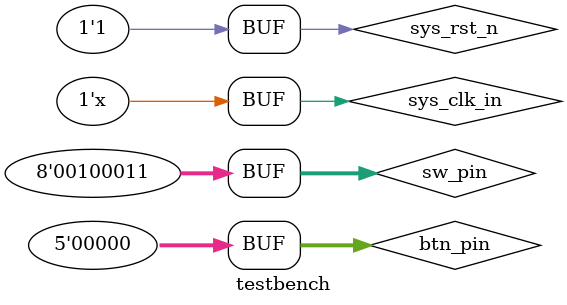
<source format=sv>
`timescale 1ns / 1ps


module testbench(

);


reg sys_clk_in;
reg sys_rst_n;
//input wire en,//SW7

wire [7:0]seg_data_0_pin;//disp on board 0 //low en
wire [7:0]seg_data_1_pin;//disp on board 1 //low en
wire [7:0]seg_cs_pin;//bit choose of disp //high en

//input wire [3:0]data,//SW0-SW3
reg [4:0]btn_pin;//S3 //[3] the forth button
reg [7:0]sw_pin;

initial begin
sys_clk_in=0;
sys_rst_n=1;
btn_pin=5'b00000;
sw_pin=8'b1100_0011;//en up 8 0011
//input wire [3:0]data,//SW0-SW3
//input wire [1:0]mod_sel,//SW4-SW5
//input wire dir_sel//SW6
//input wire en,//SW7
#30 sys_rst_n=0;
#30 sys_rst_n=1;

#20000 sw_pin=8'b1101_0011;//change mod from 8 to 10 //en up 10 0011
#20000 sw_pin=8'b1110_0011;//change mod from 10 to 16 //en up 16 0011
#20000 sw_pin=8'b1010_0011;//change mod from up to down //en down 16 0011
#20000 btn_pin=5'b01000;//load num //en down 16 0011
#20 btn_pin=5'b00000;
#20000 sw_pin=8'b0010_0011;//change mod from en to disable //disable down 16 0011
end

always #5 sys_clk_in=~sys_clk_in;


top top_0(
.sys_clk_in(sys_clk_in),
.sys_rst_n(sys_rst_n),
//input wire en,//SW7

.seg_data_0_pin(seg_data_0_pin),//disp on board 0 //low en
.seg_data_1_pin(seg_data_1_pin),//disp on board 1 //low en
.seg_cs_pin(seg_cs_pin),//bit choose of disp //high en

//input wire [3:0]data,//SW0-SW3
.btn_pin(btn_pin),//S3 //[3] the forth button
.sw_pin(sw_pin)
//input wire [1:0]mod_sel,//SW4-SW5
//input wire dir_sel//SW6
);

endmodule

</source>
